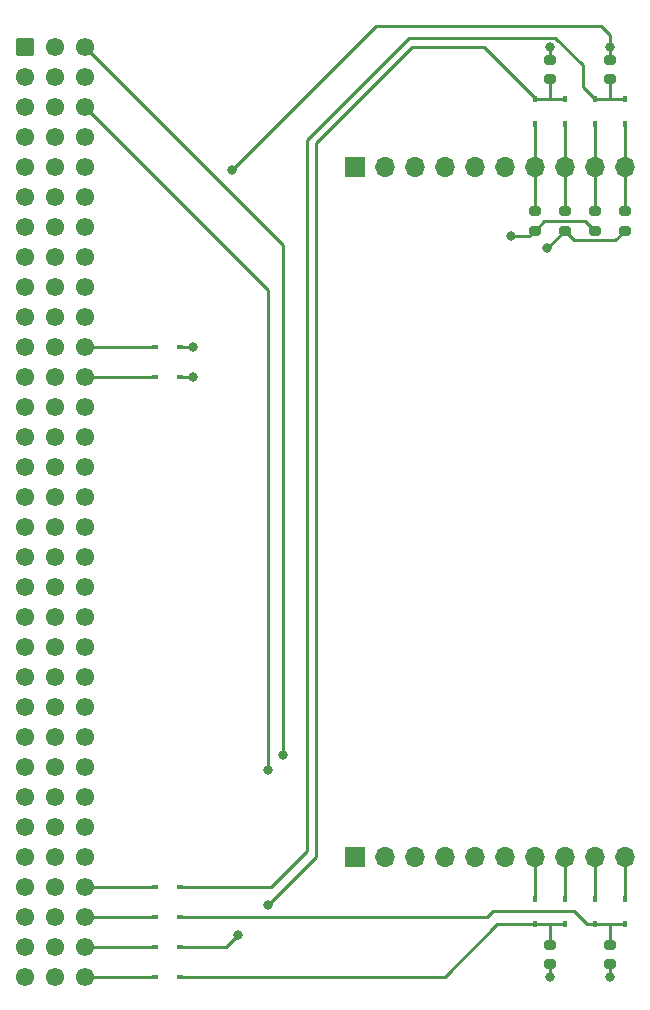
<source format=gtl>
G04 #@! TF.GenerationSoftware,KiCad,Pcbnew,(6.0.2)*
G04 #@! TF.CreationDate,2022-03-23T23:40:57-07:00*
G04 #@! TF.ProjectId,test_rope,74657374-5f72-46f7-9065-2e6b69636164,rev?*
G04 #@! TF.SameCoordinates,Original*
G04 #@! TF.FileFunction,Copper,L1,Top*
G04 #@! TF.FilePolarity,Positive*
%FSLAX46Y46*%
G04 Gerber Fmt 4.6, Leading zero omitted, Abs format (unit mm)*
G04 Created by KiCad (PCBNEW (6.0.2)) date 2022-03-23 23:40:57*
%MOMM*%
%LPD*%
G01*
G04 APERTURE LIST*
G04 Aperture macros list*
%AMRoundRect*
0 Rectangle with rounded corners*
0 $1 Rounding radius*
0 $2 $3 $4 $5 $6 $7 $8 $9 X,Y pos of 4 corners*
0 Add a 4 corners polygon primitive as box body*
4,1,4,$2,$3,$4,$5,$6,$7,$8,$9,$2,$3,0*
0 Add four circle primitives for the rounded corners*
1,1,$1+$1,$2,$3*
1,1,$1+$1,$4,$5*
1,1,$1+$1,$6,$7*
1,1,$1+$1,$8,$9*
0 Add four rect primitives between the rounded corners*
20,1,$1+$1,$2,$3,$4,$5,0*
20,1,$1+$1,$4,$5,$6,$7,0*
20,1,$1+$1,$6,$7,$8,$9,0*
20,1,$1+$1,$8,$9,$2,$3,0*%
G04 Aperture macros list end*
G04 #@! TA.AperFunction,SMDPad,CuDef*
%ADD10RoundRect,0.200000X-0.275000X0.200000X-0.275000X-0.200000X0.275000X-0.200000X0.275000X0.200000X0*%
G04 #@! TD*
G04 #@! TA.AperFunction,SMDPad,CuDef*
%ADD11RoundRect,0.200000X0.275000X-0.200000X0.275000X0.200000X-0.275000X0.200000X-0.275000X-0.200000X0*%
G04 #@! TD*
G04 #@! TA.AperFunction,ComponentPad*
%ADD12R,1.700000X1.700000*%
G04 #@! TD*
G04 #@! TA.AperFunction,ComponentPad*
%ADD13O,1.700000X1.700000*%
G04 #@! TD*
G04 #@! TA.AperFunction,ComponentPad*
%ADD14RoundRect,0.249999X-0.525001X-0.525001X0.525001X-0.525001X0.525001X0.525001X-0.525001X0.525001X0*%
G04 #@! TD*
G04 #@! TA.AperFunction,ComponentPad*
%ADD15C,1.550000*%
G04 #@! TD*
G04 #@! TA.AperFunction,SMDPad,CuDef*
%ADD16R,0.450000X0.600000*%
G04 #@! TD*
G04 #@! TA.AperFunction,SMDPad,CuDef*
%ADD17R,0.600000X0.450000*%
G04 #@! TD*
G04 #@! TA.AperFunction,ViaPad*
%ADD18C,0.800000*%
G04 #@! TD*
G04 #@! TA.AperFunction,Conductor*
%ADD19C,0.254000*%
G04 #@! TD*
G04 APERTURE END LIST*
D10*
X156210000Y-49340000D03*
X156210000Y-50990000D03*
D11*
X157480000Y-63817000D03*
X157480000Y-62167000D03*
X154940000Y-63817000D03*
X154940000Y-62167000D03*
D12*
X134620000Y-116840000D03*
D13*
X137160000Y-116840000D03*
X139700000Y-116840000D03*
X142240000Y-116840000D03*
X144780000Y-116840000D03*
X147320000Y-116840000D03*
X149860000Y-116840000D03*
X152400000Y-116840000D03*
X154940000Y-116840000D03*
X157480000Y-116840000D03*
D14*
X106680000Y-48260000D03*
D15*
X106680000Y-50800000D03*
X106680000Y-53340000D03*
X106680000Y-55880000D03*
X106680000Y-58420000D03*
X106680000Y-60960000D03*
X106680000Y-63500000D03*
X106680000Y-66040000D03*
X106680000Y-68580000D03*
X106680000Y-71120000D03*
X106680000Y-73660000D03*
X106680000Y-76200000D03*
X106680000Y-78740000D03*
X106680000Y-81280000D03*
X106680000Y-83820000D03*
X106680000Y-86360000D03*
X106680000Y-88900000D03*
X106680000Y-91440000D03*
X106680000Y-93980000D03*
X106680000Y-96520000D03*
X106680000Y-99060000D03*
X106680000Y-101600000D03*
X106680000Y-104140000D03*
X106680000Y-106680000D03*
X106680000Y-109220000D03*
X106680000Y-111760000D03*
X106680000Y-114300000D03*
X106680000Y-116840000D03*
X106680000Y-119380000D03*
X106680000Y-121920000D03*
X106680000Y-124460000D03*
X106680000Y-127000000D03*
X109220000Y-48260000D03*
X109220000Y-50800000D03*
X109220000Y-53340000D03*
X109220000Y-55880000D03*
X109220000Y-58420000D03*
X109220000Y-60960000D03*
X109220000Y-63500000D03*
X109220000Y-66040000D03*
X109220000Y-68580000D03*
X109220000Y-71120000D03*
X109220000Y-73660000D03*
X109220000Y-76200000D03*
X109220000Y-78740000D03*
X109220000Y-81280000D03*
X109220000Y-83820000D03*
X109220000Y-86360000D03*
X109220000Y-88900000D03*
X109220000Y-91440000D03*
X109220000Y-93980000D03*
X109220000Y-96520000D03*
X109220000Y-99060000D03*
X109220000Y-101600000D03*
X109220000Y-104140000D03*
X109220000Y-106680000D03*
X109220000Y-109220000D03*
X109220000Y-111760000D03*
X109220000Y-114300000D03*
X109220000Y-116840000D03*
X109220000Y-119380000D03*
X109220000Y-121920000D03*
X109220000Y-124460000D03*
X109220000Y-127000000D03*
X111760000Y-48260000D03*
X111760000Y-50800000D03*
X111760000Y-53340000D03*
X111760000Y-55880000D03*
X111760000Y-58420000D03*
X111760000Y-60960000D03*
X111760000Y-63500000D03*
X111760000Y-66040000D03*
X111760000Y-68580000D03*
X111760000Y-71120000D03*
X111760000Y-73660000D03*
X111760000Y-76200000D03*
X111760000Y-78740000D03*
X111760000Y-81280000D03*
X111760000Y-83820000D03*
X111760000Y-86360000D03*
X111760000Y-88900000D03*
X111760000Y-91440000D03*
X111760000Y-93980000D03*
X111760000Y-96520000D03*
X111760000Y-99060000D03*
X111760000Y-101600000D03*
X111760000Y-104140000D03*
X111760000Y-106680000D03*
X111760000Y-109220000D03*
X111760000Y-111760000D03*
X111760000Y-114300000D03*
X111760000Y-116840000D03*
X111760000Y-119380000D03*
X111760000Y-121920000D03*
X111760000Y-124460000D03*
X111760000Y-127000000D03*
D16*
X149860000Y-54805000D03*
X149860000Y-52705000D03*
X157480000Y-122555000D03*
X157480000Y-120455000D03*
X157480000Y-54805000D03*
X157480000Y-52705000D03*
X154940000Y-54805000D03*
X154940000Y-52705000D03*
X152400000Y-122555000D03*
X152400000Y-120455000D03*
D11*
X152400000Y-63817000D03*
X152400000Y-62167000D03*
D17*
X119795000Y-124460000D03*
X117695000Y-124460000D03*
X119795000Y-119380000D03*
X117695000Y-119380000D03*
D16*
X149860000Y-120455000D03*
X149860000Y-122555000D03*
D17*
X117695000Y-76200000D03*
X119795000Y-76200000D03*
D13*
X157480000Y-58420000D03*
X154940000Y-58420000D03*
X152400000Y-58420000D03*
X149860000Y-58420000D03*
X147320000Y-58420000D03*
X144780000Y-58420000D03*
X142240000Y-58420000D03*
X139700000Y-58420000D03*
X137160000Y-58420000D03*
D12*
X134620000Y-58420000D03*
D17*
X117695000Y-127000000D03*
X119795000Y-127000000D03*
D10*
X151130000Y-50990000D03*
X151130000Y-49340000D03*
D16*
X152400000Y-52705000D03*
X152400000Y-54805000D03*
D17*
X117695000Y-73660000D03*
X119795000Y-73660000D03*
D11*
X156210000Y-125920000D03*
X156210000Y-124270000D03*
D16*
X154940000Y-122555000D03*
X154940000Y-120455000D03*
D17*
X119795000Y-121920000D03*
X117695000Y-121920000D03*
D11*
X151130000Y-124270000D03*
X151130000Y-125920000D03*
X149860000Y-63817000D03*
X149860000Y-62167000D03*
D18*
X124206000Y-58674000D03*
X128524000Y-108204000D03*
X127254000Y-109474000D03*
X147828000Y-64262000D03*
X150876000Y-65278000D03*
X120904000Y-73660000D03*
X120904000Y-76200000D03*
X127254000Y-120904000D03*
X124714000Y-123444000D03*
X156210000Y-127000000D03*
X151130000Y-127000000D03*
X151130000Y-48260000D03*
X156210000Y-48260000D03*
D19*
X156210000Y-47244000D02*
X156210000Y-48260000D01*
X124206000Y-58674000D02*
X136398000Y-46482000D01*
X136398000Y-46482000D02*
X155448000Y-46482000D01*
X155448000Y-46482000D02*
X156210000Y-47244000D01*
X128524000Y-76454000D02*
X128524000Y-108204000D01*
X111760000Y-48260000D02*
X128524000Y-65024000D01*
X128524000Y-65024000D02*
X128524000Y-76454000D01*
X127254000Y-85598000D02*
X127254000Y-109474000D01*
X111760000Y-53340000D02*
X127254000Y-68834000D01*
X127254000Y-68834000D02*
X127254000Y-85598000D01*
X149860000Y-63817000D02*
X150640520Y-63036480D01*
X150640520Y-63036480D02*
X154159480Y-63036480D01*
X154159480Y-63036480D02*
X154940000Y-63817000D01*
X147828000Y-64262000D02*
X149415000Y-64262000D01*
X149415000Y-64262000D02*
X149860000Y-63817000D01*
X152400000Y-63817000D02*
X153180520Y-64597520D01*
X153180520Y-64597520D02*
X156699480Y-64597520D01*
X156699480Y-64597520D02*
X157480000Y-63817000D01*
X150939000Y-65278000D02*
X152400000Y-63817000D01*
X150876000Y-65278000D02*
X150939000Y-65278000D01*
X119795000Y-73660000D02*
X120904000Y-73660000D01*
X119795000Y-76200000D02*
X120904000Y-76200000D01*
X127254000Y-120904000D02*
X131318000Y-116840000D01*
X131318000Y-116840000D02*
X131318000Y-56388000D01*
X131318000Y-56388000D02*
X139446000Y-48260000D01*
X139446000Y-48260000D02*
X145542000Y-48260000D01*
X145542000Y-48260000D02*
X149860000Y-52578000D01*
X149860000Y-52578000D02*
X149860000Y-52705000D01*
X119795000Y-119380000D02*
X127508000Y-119380000D01*
X127508000Y-119380000D02*
X130556000Y-116332000D01*
X130556000Y-116332000D02*
X130556000Y-56134000D01*
X153924000Y-51689000D02*
X154940000Y-52705000D01*
X130556000Y-56134000D02*
X139210511Y-47479489D01*
X151619489Y-47479489D02*
X153924000Y-49784000D01*
X139210511Y-47479489D02*
X151619489Y-47479489D01*
X153924000Y-49784000D02*
X153924000Y-51689000D01*
X123698000Y-124460000D02*
X124714000Y-123444000D01*
X119795000Y-124460000D02*
X123698000Y-124460000D01*
X149860000Y-58420000D02*
X149860000Y-62167000D01*
X152400000Y-62167000D02*
X152400000Y-58420000D01*
X154940000Y-62167000D02*
X154940000Y-58420000D01*
X157480000Y-58420000D02*
X157480000Y-62167000D01*
X119795000Y-121920000D02*
X145796000Y-121920000D01*
X145796000Y-121920000D02*
X146304000Y-121412000D01*
X146304000Y-121412000D02*
X153162000Y-121412000D01*
X153162000Y-121412000D02*
X154305000Y-122555000D01*
X154305000Y-122555000D02*
X154940000Y-122555000D01*
X149860000Y-122555000D02*
X146685000Y-122555000D01*
X146685000Y-122555000D02*
X142240000Y-127000000D01*
X142240000Y-127000000D02*
X119795000Y-127000000D01*
X156210000Y-125920000D02*
X156210000Y-127000000D01*
X151130000Y-125920000D02*
X151130000Y-127000000D01*
X151130000Y-49340000D02*
X151130000Y-48260000D01*
X156210000Y-49340000D02*
X156210000Y-48260000D01*
X156210000Y-52705000D02*
X157480000Y-52705000D01*
X154940000Y-52705000D02*
X156210000Y-52705000D01*
X156210000Y-52705000D02*
X156210000Y-50990000D01*
X151130000Y-52705000D02*
X152400000Y-52705000D01*
X149860000Y-52705000D02*
X151130000Y-52705000D01*
X151130000Y-52705000D02*
X151130000Y-50990000D01*
X149860000Y-58420000D02*
X149860000Y-54805000D01*
X152400000Y-58420000D02*
X152400000Y-54805000D01*
X154940000Y-58420000D02*
X154940000Y-54805000D01*
X157480000Y-58420000D02*
X157480000Y-54805000D01*
X117695000Y-73660000D02*
X111760000Y-73660000D01*
X117695000Y-76200000D02*
X111760000Y-76200000D01*
X117695000Y-119380000D02*
X111760000Y-119380000D01*
X117695000Y-121920000D02*
X111760000Y-121920000D01*
X117695000Y-124460000D02*
X111760000Y-124460000D01*
X117695000Y-127000000D02*
X111760000Y-127000000D01*
X154940000Y-122555000D02*
X156210000Y-122555000D01*
X156210000Y-122555000D02*
X157480000Y-122555000D01*
X156210000Y-124270000D02*
X156210000Y-122555000D01*
X152400000Y-122555000D02*
X151130000Y-122555000D01*
X151130000Y-122555000D02*
X149860000Y-122555000D01*
X151130000Y-124270000D02*
X151130000Y-122555000D01*
X149860000Y-120455000D02*
X149860000Y-116840000D01*
X152400000Y-120455000D02*
X152400000Y-116840000D01*
X154940000Y-120455000D02*
X154940000Y-116840000D01*
X157480000Y-120455000D02*
X157480000Y-116840000D01*
M02*

</source>
